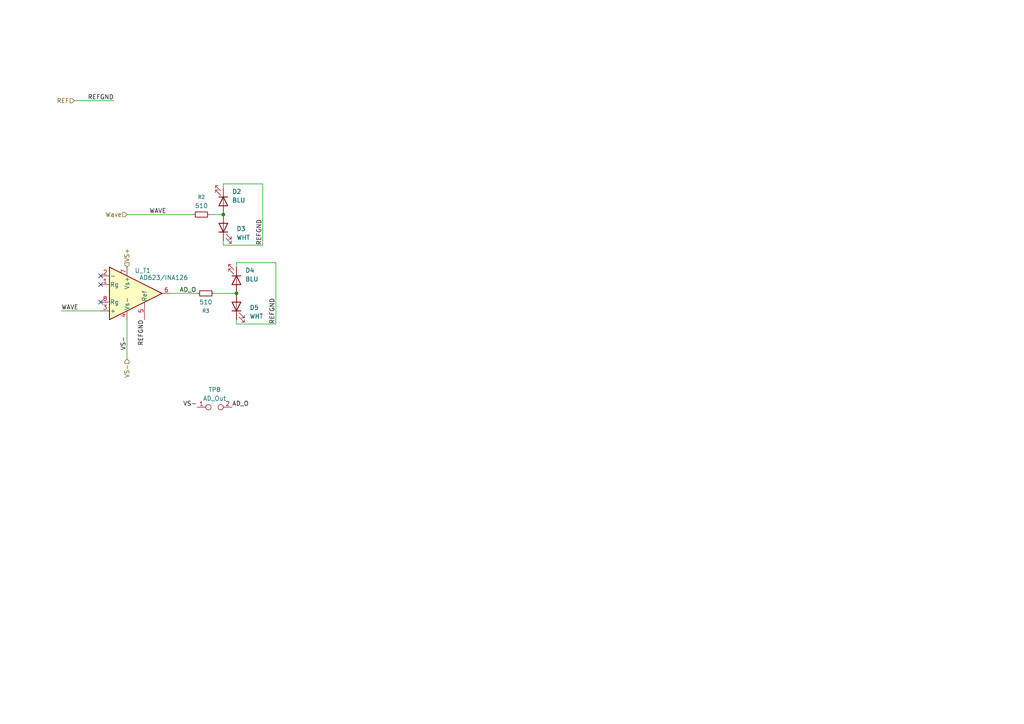
<source format=kicad_sch>
(kicad_sch (version 20250114) (generator "eeschema") (generator_version "9.0")
  (paper "A4")
  (lib_symbols
    (symbol "Amplifier_Instrumentation:AD623" (pin_names (offset 0.127))
      (property "Reference" "U" (at 3.81 7.62 0))
      (property "Value" "AD623" (at 5.08 5.08 0))
      (symbol "AD623_0_1"
        (polyline (pts (xy -7.62 7.62) (xy -7.62 -7.62) (xy 7.62 0) (xy -7.62 7.62)) (stroke (width 0.254)) (fill (type background)))
      )
      (symbol "AD623_1_1"
        (pin input line (at -10.16 5.08 0) (length 2.54) (name "-") (number "2"))
        (pin passive line (at -10.16 2.54 0) (length 2.54) (name "Rg") (number "1"))
        (pin passive line (at -10.16 -2.54 0) (length 2.54) (name "Rg") (number "8"))
        (pin input line (at -10.16 -5.08 0) (length 2.54) (name "+") (number "3"))
        (pin power_in line (at -2.54 7.62 270) (length 2.54) (name "Vs+") (number "7"))
        (pin power_in line (at -2.54 -7.62 90) (length 2.54) (name "Vs-") (number "4"))
        (pin passive line (at 2.54 -7.62 90) (length 5.08) (name "Ref") (number "5"))
        (pin output line (at 10.16 0 180) (length 2.54) (name "~") (number "6"))
      )
    )
    (symbol "Connector:TestPoint_2Pole" (pin_names (offset 0.762) (hide yes))
      (property "Reference" "TP" (at 0 1.524 0))
      (property "Value" "TestPoint_2Pole" (at 0 -1.778 0))
      (symbol "TestPoint_2Pole_0_1"
        (circle (center -1.778 0) (radius 0.762))
        (circle (center 1.778 0) (radius 0.762))
        (pin passive line (at -5.08 0 0) (length 2.54) (name "1") (number "1"))
        (pin passive line (at 5.08 0 180) (length 2.54) (name "2") (number "2"))
      )
    )
    (symbol "Device:LED" (pin_numbers (hide yes)) (pin_names (offset 1.016) (hide yes))
      (property "Reference" "D" (at 0 2.54 0))
      (property "Value" "LED" (at 0 -2.54 0))
      (symbol "LED_0_1"
        (polyline (pts (xy -3.048 -0.762) (xy -4.572 -2.286) (xy -3.81 -2.286) (xy -4.572 -2.286) (xy -4.572 -1.524)))
        (polyline (pts (xy -1.778 -0.762) (xy -3.302 -2.286) (xy -2.54 -2.286) (xy -3.302 -2.286) (xy -3.302 -1.524)))
        (polyline (pts (xy -1.27 0) (xy 1.27 0)))
        (polyline (pts (xy -1.27 -1.27) (xy -1.27 1.27)) (stroke (width 0.254)))
        (polyline (pts (xy 1.27 -1.27) (xy 1.27 1.27) (xy -1.27 0) (xy 1.27 -1.27)) (stroke (width 0.254)))
      )
      (symbol "LED_1_1"
        (pin passive line (at -3.81 0 0) (length 2.54) (name "K") (number "1"))
        (pin passive line (at 3.81 0 180) (length 2.54) (name "A") (number "2"))
      )
    )
    (symbol "Device:R_Small" (pin_numbers (hide yes)) (pin_names (offset 0.254) (hide yes))
      (property "Reference" "R" (at 0 0 90))
      (property "Value" "R_Small" (at 1.778 0 90))
      (symbol "R_Small_0_1"
        (rectangle (start -0.762 1.778) (end 0.762 -1.778) (stroke (width 0.2032)))
      )
      (symbol "R_Small_1_1"
        (pin passive line (at 0 2.54 270) (length 0.762) (name "~") (number "1"))
        (pin passive line (at 0 -2.54 90) (length 0.762) (name "~") (number "2"))
      )
    )
  )
  (junction (at 68.58 85.09))
  (junction (at 64.77 62.23))
  (no_connect (at 29.21 80.01))
  (no_connect (at 29.21 87.63))
  (no_connect (at 29.21 82.55))
  (wire (pts (xy 76.2 53.34) (xy 76.2 71.12)))
  (wire (pts (xy 60.96 62.23) (xy 64.77 62.23)))
  (wire (pts (xy 36.83 62.23) (xy 55.88 62.23)))
  (wire (pts (xy 64.77 53.34) (xy 76.2 53.34)))
  (wire (pts (xy 21.59 29.21) (xy 33.02 29.21)))
  (wire (pts (xy 17.78 90.17) (xy 29.21 90.17)))
  (wire (pts (xy 36.83 104.14) (xy 36.83 92.71)))
  (wire (pts (xy 68.58 93.98) (xy 68.58 92.71)))
  (wire (pts (xy 68.58 76.2) (xy 68.58 77.47)))
  (wire (pts (xy 62.23 85.09) (xy 68.58 85.09)))
  (wire (pts (xy 76.2 71.12) (xy 64.77 71.12)))
  (wire (pts (xy 64.77 53.34) (xy 64.77 54.61)))
  (wire (pts (xy 49.53 85.09) (xy 57.15 85.09)))
  (wire (pts (xy 64.77 71.12) (xy 64.77 69.85)))
  (wire (pts (xy 68.58 76.2) (xy 80.01 76.2)))
  (wire (pts (xy 80.01 93.98) (xy 68.58 93.98)))
  (wire (pts (xy 80.01 76.2) (xy 80.01 93.98)))
  (label "VS-" (at 57.15 118.11 180))
  (label "REFGND" (at 76.2 71.12 90))
  (label "REFGND" (at 80.01 93.98 90))
  (label "VS-" (at 36.83 101.6 90))
  (label "WAVE" (at 17.78 90.17 0))
  (label "AD_O" (at 67.31 118.11 0))
  (label "AD_O" (at 52.07 85.09 0))
  (label "REFGND" (at 41.91 92.71 270))
  (label "WAVE" (at 48.26 62.23 180))
  (label "REFGND" (at 33.02 29.21 180))
  (hierarchical_label "Wave" (shape input) (at 36.83 62.23 180))
  (hierarchical_label "VS-" (shape input) (at 36.83 104.14 270))
  (hierarchical_label "VS+" (shape input) (at 36.83 77.47 90))
  (hierarchical_label "REF" (shape input) (at 21.59 29.21 180))
  (symbol (lib_id "Device:LED") (at 64.77 58.42 270) (unit 1)
    (property "Reference" "D2" (at 67.31 55.5624 90) (effects (justify left)))
    (property "Value" "BLU" (at 67.31 58.1024 90) (effects (justify left)))
    (property "Footprint" "Diode_THT:D_5W_P5.08mm_Vertical_KathodeUp" (effects (hide yes)))
    (property "Description" "Light emitting diode" (effects (hide yes)))
    (property "Sim.Pins" "1=K 2=A" (effects (hide yes)))
  )
  (symbol (lib_id "Device:R_Small") (at 58.42 62.23 90) (unit 1)
    (property "Reference" "R2" (at 58.42 57.15 90) (effects (font (size 1.016 1.016))))
    (property "Value" "510" (at 58.42 59.69 90))
    (property "Footprint" "Resistor_THT:R_Axial_DIN0204_L3.6mm_D1.6mm_P2.54mm_Vertical" (effects (hide yes)))
    (property "Description" "Resistor, small symbol" (effects (hide yes)))
  )
  (symbol (lib_id "Device:LED") (at 68.58 88.9 90) (unit 1)
    (property "Reference" "D5" (at 72.39 89.2174 90) (effects (justify right)))
    (property "Value" "WHT" (at 72.39 91.7574 90) (effects (justify right)))
    (property "Footprint" "Diode_THT:D_5W_P5.08mm_Vertical_AnodeUp" (effects (hide yes)))
    (property "Description" "Light emitting diode" (effects (hide yes)))
    (property "Sim.Pins" "1=K 2=A" (effects (hide yes)))
  )
  (symbol (lib_id "Connector:TestPoint_2Pole") (at 62.23 118.11 0) (unit 1)
    (property "Reference" "TP8" (at 62.23 113.03 0))
    (property "Value" "AD_Out" (at 62.23 115.57 0))
    (property "Footprint" "Connector_PinSocket_2.54mm:PinSocket_1x02_P2.54mm_Vertical" (effects (hide yes)))
    (property "Description" "2-polar test point" (effects (hide yes)))
  )
  (symbol (lib_id "Device:LED") (at 68.58 81.28 270) (unit 1)
    (property "Reference" "D4" (at 71.12 78.4224 90) (effects (justify left)))
    (property "Value" "BLU" (at 71.12 80.9624 90) (effects (justify left)))
    (property "Footprint" "Diode_THT:D_5W_P5.08mm_Vertical_KathodeUp" (effects (hide yes)))
    (property "Description" "Light emitting diode" (effects (hide yes)))
    (property "Sim.Pins" "1=K 2=A" (effects (hide yes)))
  )
  (symbol (lib_id "Device:LED") (at 64.77 66.04 90) (unit 1)
    (property "Reference" "D3" (at 68.58 66.3574 90) (effects (justify right)))
    (property "Value" "WHT" (at 68.58 68.8974 90) (effects (justify right)))
    (property "Footprint" "Diode_THT:D_5W_P5.08mm_Vertical_AnodeUp" (effects (hide yes)))
    (property "Description" "Light emitting diode" (effects (hide yes)))
    (property "Sim.Pins" "1=K 2=A" (effects (hide yes)))
  )
  (symbol (lib_id "Device:R_Small") (at 59.69 85.09 270) (unit 1)
    (property "Reference" "R3" (at 59.69 90.17 90) (effects (font (size 1.016 1.016))))
    (property "Value" "510" (at 59.69 87.63 90))
    (property "Footprint" "Resistor_THT:R_Axial_DIN0204_L3.6mm_D1.6mm_P2.54mm_Vertical" (effects (hide yes)))
    (property "Description" "Resistor, small symbol" (effects (hide yes)))
  )
  (symbol (lib_id "Amplifier_Instrumentation:AD623") (at 39.37 85.09 0) (unit 1)
    (property "Reference" "U_T1" (at 41.402 78.486 0))
    (property "Value" "AD623/INA126" (at 47.498 80.518 0))
    (property "Footprint" "Package_DIP:DIP-8_W7.62mm_Socket" (effects (hide yes)))
    (property "Datasheet" "https://www.analog.com/media/en/technical-documentation/data-sheets/AD623.pdf" (effects (hide yes)))
    (property "Description" "Single Rail-to-Rail, Low Cost Instrumentation Amplifier, DIP-8/SOIC-8/MSOP-8" (effects (hide yes)))
  )
)
</source>
